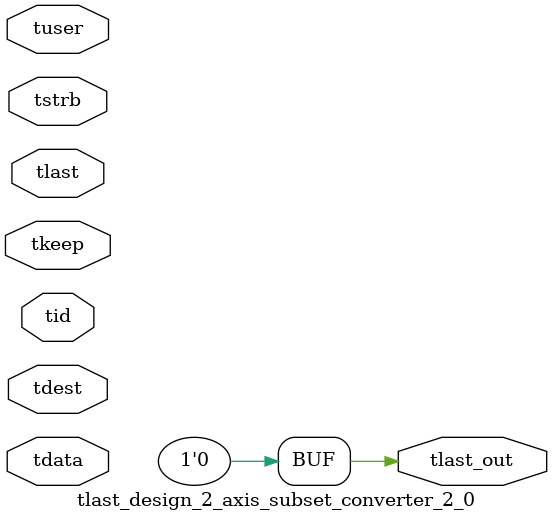
<source format=v>


`timescale 1ps/1ps

module tlast_design_2_axis_subset_converter_2_0 #
(
parameter C_S_AXIS_TID_WIDTH   = 1,
parameter C_S_AXIS_TUSER_WIDTH = 0,
parameter C_S_AXIS_TDATA_WIDTH = 0,
parameter C_S_AXIS_TDEST_WIDTH = 0
)
(
input  [(C_S_AXIS_TID_WIDTH   == 0 ? 1 : C_S_AXIS_TID_WIDTH)-1:0       ] tid,
input  [(C_S_AXIS_TDATA_WIDTH == 0 ? 1 : C_S_AXIS_TDATA_WIDTH)-1:0     ] tdata,
input  [(C_S_AXIS_TUSER_WIDTH == 0 ? 1 : C_S_AXIS_TUSER_WIDTH)-1:0     ] tuser,
input  [(C_S_AXIS_TDEST_WIDTH == 0 ? 1 : C_S_AXIS_TDEST_WIDTH)-1:0     ] tdest,
input  [(C_S_AXIS_TDATA_WIDTH/8)-1:0 ] tkeep,
input  [(C_S_AXIS_TDATA_WIDTH/8)-1:0 ] tstrb,
input  [0:0]                                                             tlast,
output                                                                   tlast_out
);

assign tlast_out = {1'b0};

endmodule


</source>
